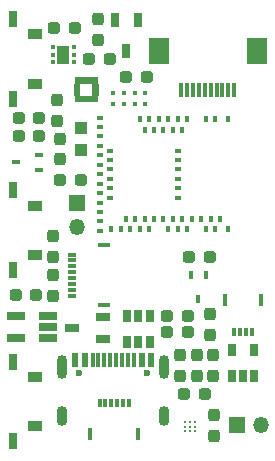
<source format=gbr>
%TF.GenerationSoftware,KiCad,Pcbnew,(5.99.0-8775-g06a515339c)*%
%TF.CreationDate,2021-02-15T16:58:29-05:00*%
%TF.ProjectId,mk2,6d6b322e-6b69-4636-9164-5f7063625858,rev?*%
%TF.SameCoordinates,Original*%
%TF.FileFunction,Soldermask,Top*%
%TF.FilePolarity,Negative*%
%FSLAX46Y46*%
G04 Gerber Fmt 4.6, Leading zero omitted, Abs format (unit mm)*
G04 Created by KiCad (PCBNEW (5.99.0-8775-g06a515339c)) date 2021-02-15 16:58:29*
%MOMM*%
%LPD*%
G01*
G04 APERTURE LIST*
G04 Aperture macros list*
%AMRoundRect*
0 Rectangle with rounded corners*
0 $1 Rounding radius*
0 $2 $3 $4 $5 $6 $7 $8 $9 X,Y pos of 4 corners*
0 Add a 4 corners polygon primitive as box body*
4,1,4,$2,$3,$4,$5,$6,$7,$8,$9,$2,$3,0*
0 Add four circle primitives for the rounded corners*
1,1,$1+$1,$2,$3*
1,1,$1+$1,$4,$5*
1,1,$1+$1,$6,$7*
1,1,$1+$1,$8,$9*
0 Add four rect primitives between the rounded corners*
20,1,$1+$1,$2,$3,$4,$5,0*
20,1,$1+$1,$4,$5,$6,$7,0*
20,1,$1+$1,$6,$7,$8,$9,0*
20,1,$1+$1,$8,$9,$2,$3,0*%
G04 Aperture macros list end*
%ADD10C,0.010000*%
%ADD11RoundRect,0.237500X0.287500X0.237500X-0.287500X0.237500X-0.287500X-0.237500X0.287500X-0.237500X0*%
%ADD12RoundRect,0.237500X-0.237500X0.287500X-0.237500X-0.287500X0.237500X-0.287500X0.237500X0.287500X0*%
%ADD13C,0.229500*%
%ADD14RoundRect,0.237500X0.237500X-0.287500X0.237500X0.287500X-0.237500X0.287500X-0.237500X-0.287500X0*%
%ADD15R,0.400000X0.600000*%
%ADD16R,0.600000X0.400000*%
%ADD17R,0.650000X1.060000*%
%ADD18R,1.220000X0.650000*%
%ADD19R,0.700000X0.450000*%
%ADD20R,0.650000X1.220000*%
%ADD21R,1.270000X0.900000*%
%ADD22R,0.800000X1.450000*%
%ADD23R,0.300000X1.300000*%
%ADD24R,1.800000X2.200000*%
%ADD25R,0.300000X0.700000*%
%ADD26R,0.300000X1.000000*%
%ADD27RoundRect,0.237500X-0.287500X-0.237500X0.287500X-0.237500X0.287500X0.237500X-0.287500X0.237500X0*%
%ADD28R,0.400000X0.420000*%
%ADD29R,1.350000X1.350000*%
%ADD30O,1.350000X1.350000*%
%ADD31R,0.450000X0.700000*%
%ADD32RoundRect,0.093750X0.093750X0.106250X-0.093750X0.106250X-0.093750X-0.106250X0.093750X-0.106250X0*%
%ADD33R,1.000000X1.600000*%
%ADD34R,1.100000X1.050000*%
%ADD35C,0.600000*%
%ADD36R,0.600000X1.160000*%
%ADD37R,0.300000X1.160000*%
%ADD38O,0.900000X2.000000*%
%ADD39O,0.900000X1.700000*%
%ADD40R,0.700000X0.300000*%
%ADD41R,1.000000X0.300000*%
%ADD42R,1.560000X0.650000*%
G04 APERTURE END LIST*
D10*
%TO.C,U4*%
X19227000Y-20304000D02*
X19227000Y-19854000D01*
X19227000Y-19854000D02*
X19627000Y-19854000D01*
X19627000Y-19854000D02*
X19627000Y-20304000D01*
X19627000Y-20304000D02*
X19227000Y-20304000D01*
G36*
X19627000Y-20304000D02*
G01*
X19227000Y-20304000D01*
X19227000Y-19854000D01*
X19627000Y-19854000D01*
X19627000Y-20304000D01*
G37*
X19627000Y-20304000D02*
X19227000Y-20304000D01*
X19227000Y-19854000D01*
X19627000Y-19854000D01*
X19627000Y-20304000D01*
X18177000Y-19254000D02*
X18177000Y-18854000D01*
X18177000Y-18854000D02*
X18627000Y-18854000D01*
X18627000Y-18854000D02*
X18627000Y-19254000D01*
X18627000Y-19254000D02*
X18177000Y-19254000D01*
G36*
X18627000Y-19254000D02*
G01*
X18177000Y-19254000D01*
X18177000Y-18854000D01*
X18627000Y-18854000D01*
X18627000Y-19254000D01*
G37*
X18627000Y-19254000D02*
X18177000Y-19254000D01*
X18177000Y-18854000D01*
X18627000Y-18854000D01*
X18627000Y-19254000D01*
X19727000Y-19754000D02*
X19727000Y-19354000D01*
X19727000Y-19354000D02*
X20177000Y-19354000D01*
X20177000Y-19354000D02*
X20177000Y-19754000D01*
X20177000Y-19754000D02*
X19727000Y-19754000D01*
G36*
X20177000Y-19754000D02*
G01*
X19727000Y-19754000D01*
X19727000Y-19354000D01*
X20177000Y-19354000D01*
X20177000Y-19754000D01*
G37*
X20177000Y-19754000D02*
X19727000Y-19754000D01*
X19727000Y-19354000D01*
X20177000Y-19354000D01*
X20177000Y-19754000D01*
X19727000Y-18754000D02*
X19727000Y-18304000D01*
X19727000Y-18304000D02*
X20127000Y-18304000D01*
X20127000Y-18304000D02*
X20127000Y-18754000D01*
X20127000Y-18754000D02*
X19727000Y-18754000D01*
G36*
X20127000Y-18754000D02*
G01*
X19727000Y-18754000D01*
X19727000Y-18304000D01*
X20127000Y-18304000D01*
X20127000Y-18754000D01*
G37*
X20127000Y-18754000D02*
X19727000Y-18754000D01*
X19727000Y-18304000D01*
X20127000Y-18304000D01*
X20127000Y-18754000D01*
X18727000Y-18754000D02*
X18727000Y-18304000D01*
X18727000Y-18304000D02*
X19127000Y-18304000D01*
X19127000Y-18304000D02*
X19127000Y-18754000D01*
X19127000Y-18754000D02*
X18727000Y-18754000D01*
G36*
X19127000Y-18754000D02*
G01*
X18727000Y-18754000D01*
X18727000Y-18304000D01*
X19127000Y-18304000D01*
X19127000Y-18754000D01*
G37*
X19127000Y-18754000D02*
X18727000Y-18754000D01*
X18727000Y-18304000D01*
X19127000Y-18304000D01*
X19127000Y-18754000D01*
X19727000Y-20304000D02*
X19727000Y-19854000D01*
X19727000Y-19854000D02*
X20127000Y-19854000D01*
X20127000Y-19854000D02*
X20127000Y-20304000D01*
X20127000Y-20304000D02*
X19727000Y-20304000D01*
G36*
X20127000Y-20304000D02*
G01*
X19727000Y-20304000D01*
X19727000Y-19854000D01*
X20127000Y-19854000D01*
X20127000Y-20304000D01*
G37*
X20127000Y-20304000D02*
X19727000Y-20304000D01*
X19727000Y-19854000D01*
X20127000Y-19854000D01*
X20127000Y-20304000D01*
X18227000Y-18754000D02*
X18227000Y-18304000D01*
X18227000Y-18304000D02*
X18627000Y-18304000D01*
X18627000Y-18304000D02*
X18627000Y-18754000D01*
X18627000Y-18754000D02*
X18227000Y-18754000D01*
G36*
X18627000Y-18754000D02*
G01*
X18227000Y-18754000D01*
X18227000Y-18304000D01*
X18627000Y-18304000D01*
X18627000Y-18754000D01*
G37*
X18627000Y-18754000D02*
X18227000Y-18754000D01*
X18227000Y-18304000D01*
X18627000Y-18304000D01*
X18627000Y-18754000D01*
X19727000Y-19254000D02*
X19727000Y-18854000D01*
X19727000Y-18854000D02*
X20177000Y-18854000D01*
X20177000Y-18854000D02*
X20177000Y-19254000D01*
X20177000Y-19254000D02*
X19727000Y-19254000D01*
G36*
X20177000Y-19254000D02*
G01*
X19727000Y-19254000D01*
X19727000Y-18854000D01*
X20177000Y-18854000D01*
X20177000Y-19254000D01*
G37*
X20177000Y-19254000D02*
X19727000Y-19254000D01*
X19727000Y-18854000D01*
X20177000Y-18854000D01*
X20177000Y-19254000D01*
X18177000Y-19754000D02*
X18177000Y-19354000D01*
X18177000Y-19354000D02*
X18627000Y-19354000D01*
X18627000Y-19354000D02*
X18627000Y-19754000D01*
X18627000Y-19754000D02*
X18177000Y-19754000D01*
G36*
X18627000Y-19754000D02*
G01*
X18177000Y-19754000D01*
X18177000Y-19354000D01*
X18627000Y-19354000D01*
X18627000Y-19754000D01*
G37*
X18627000Y-19754000D02*
X18177000Y-19754000D01*
X18177000Y-19354000D01*
X18627000Y-19354000D01*
X18627000Y-19754000D01*
X19227000Y-18754000D02*
X19227000Y-18304000D01*
X19227000Y-18304000D02*
X19627000Y-18304000D01*
X19627000Y-18304000D02*
X19627000Y-18754000D01*
X19627000Y-18754000D02*
X19227000Y-18754000D01*
G36*
X19627000Y-18754000D02*
G01*
X19227000Y-18754000D01*
X19227000Y-18304000D01*
X19627000Y-18304000D01*
X19627000Y-18754000D01*
G37*
X19627000Y-18754000D02*
X19227000Y-18754000D01*
X19227000Y-18304000D01*
X19627000Y-18304000D01*
X19627000Y-18754000D01*
X18727000Y-20304000D02*
X18727000Y-19854000D01*
X18727000Y-19854000D02*
X19127000Y-19854000D01*
X19127000Y-19854000D02*
X19127000Y-20304000D01*
X19127000Y-20304000D02*
X18727000Y-20304000D01*
G36*
X19127000Y-20304000D02*
G01*
X18727000Y-20304000D01*
X18727000Y-19854000D01*
X19127000Y-19854000D01*
X19127000Y-20304000D01*
G37*
X19127000Y-20304000D02*
X18727000Y-20304000D01*
X18727000Y-19854000D01*
X19127000Y-19854000D01*
X19127000Y-20304000D01*
X18227000Y-20304000D02*
X18227000Y-19854000D01*
X18227000Y-19854000D02*
X18627000Y-19854000D01*
X18627000Y-19854000D02*
X18627000Y-20304000D01*
X18627000Y-20304000D02*
X18227000Y-20304000D01*
G36*
X18627000Y-20304000D02*
G01*
X18227000Y-20304000D01*
X18227000Y-19854000D01*
X18627000Y-19854000D01*
X18627000Y-20304000D01*
G37*
X18627000Y-20304000D02*
X18227000Y-20304000D01*
X18227000Y-19854000D01*
X18627000Y-19854000D01*
X18627000Y-20304000D01*
%TD*%
D11*
%TO.C,R4*%
X27799000Y-39878000D03*
X26049000Y-39878000D03*
%TD*%
%TO.C,R13*%
X29704000Y-33528000D03*
X27954000Y-33528000D03*
%TD*%
D12*
%TO.C,R14*%
X29718000Y-38368000D03*
X29718000Y-40118000D03*
%TD*%
D13*
%TO.C,U6*%
X27600000Y-47477000D03*
X28000000Y-47477000D03*
X28400000Y-47477000D03*
X27600000Y-47877000D03*
X28000000Y-47877000D03*
X28400000Y-47877000D03*
X27600000Y-48277000D03*
X28000000Y-48277000D03*
X28400000Y-48277000D03*
%TD*%
D14*
%TO.C,C4*%
X16383000Y-36816000D03*
X16383000Y-35066000D03*
%TD*%
D11*
%TO.C,C9*%
X24370000Y-18288000D03*
X22620000Y-18288000D03*
%TD*%
D14*
%TO.C,C8*%
X20193000Y-15099000D03*
X20193000Y-13349000D03*
%TD*%
D11*
%TO.C,R15*%
X15250000Y-23250000D03*
X13500000Y-23250000D03*
%TD*%
D15*
%TO.C,IC1*%
X31250000Y-21850000D03*
X30150000Y-21850000D03*
X29350000Y-21850000D03*
X27750000Y-21850000D03*
X27350000Y-22750000D03*
X26950000Y-21850000D03*
X26550000Y-22750000D03*
X26150000Y-21850000D03*
X25750000Y-22750000D03*
X25350000Y-21850000D03*
X24950000Y-22750000D03*
X24550000Y-21850000D03*
X24150000Y-22750000D03*
X23750000Y-21850000D03*
D16*
X20350000Y-21700000D03*
X20350000Y-22500000D03*
X20350000Y-23300000D03*
X20350000Y-24100000D03*
X21250000Y-24500000D03*
X20350000Y-24900000D03*
X21250000Y-25300000D03*
X20350000Y-25700000D03*
X21250000Y-26100000D03*
X20350000Y-26500000D03*
X21250000Y-26900000D03*
X20350000Y-27300000D03*
X21250000Y-27700000D03*
X20350000Y-28100000D03*
X21250000Y-28500000D03*
X20350000Y-28900000D03*
X20350000Y-29700000D03*
X20350000Y-30500000D03*
X20350000Y-31300000D03*
D15*
X21350000Y-31150000D03*
X22150000Y-31150000D03*
X22550000Y-30250000D03*
X22950000Y-31150000D03*
X23350000Y-30250000D03*
X23750000Y-31150000D03*
X24150000Y-30250000D03*
X24550000Y-31150000D03*
X24950000Y-30250000D03*
X25750000Y-30250000D03*
X26150000Y-31150000D03*
X26550000Y-30250000D03*
X26950000Y-31150000D03*
X27350000Y-30250000D03*
X27750000Y-31150000D03*
X28150000Y-30250000D03*
X28950000Y-30250000D03*
X29350000Y-31150000D03*
X29750000Y-30250000D03*
X30150000Y-31150000D03*
X30550000Y-30250000D03*
X31250000Y-31150000D03*
D16*
X26950000Y-24500000D03*
X26950000Y-25300000D03*
X26950000Y-26100000D03*
X26950000Y-26900000D03*
X26950000Y-27700000D03*
X26950000Y-28500000D03*
%TD*%
D17*
%TO.C,U3*%
X31550000Y-43600000D03*
X32500000Y-43600000D03*
X33450000Y-43600000D03*
X33450000Y-41400000D03*
X31550000Y-41400000D03*
%TD*%
D14*
%TO.C,C10*%
X30000000Y-48627000D03*
X30000000Y-46877000D03*
%TD*%
D18*
%TO.C,D1*%
X20620000Y-40450000D03*
X20620000Y-38550000D03*
X18000000Y-39500000D03*
%TD*%
D19*
%TO.C,Q4*%
X15250000Y-26150000D03*
X15250000Y-24850000D03*
X13250000Y-25500000D03*
%TD*%
D11*
%TO.C,C20*%
X29250000Y-45127000D03*
X27500000Y-45127000D03*
%TD*%
D17*
%TO.C,U5*%
X24572000Y-38524000D03*
X23622000Y-38524000D03*
X22672000Y-38524000D03*
X22672000Y-40724000D03*
X23622000Y-40724000D03*
X24572000Y-40724000D03*
%TD*%
D20*
%TO.C,D2*%
X23556000Y-13422000D03*
X21656000Y-13422000D03*
X22606000Y-16042000D03*
%TD*%
D21*
%TO.C,SW2*%
X14885000Y-14650000D03*
X14885000Y-18850000D03*
D22*
X13000000Y-13375000D03*
X13000000Y-20125000D03*
%TD*%
D23*
%TO.C,J1*%
X31750000Y-19350000D03*
X31250000Y-19350000D03*
X30750000Y-19350000D03*
X30250000Y-19350000D03*
X29750000Y-19350000D03*
X29250000Y-19350000D03*
X28750000Y-19350000D03*
X28250000Y-19350000D03*
X27750000Y-19350000D03*
X27250000Y-19350000D03*
D24*
X25350000Y-16100000D03*
X33650000Y-16100000D03*
%TD*%
D25*
%TO.C,J7*%
X20340000Y-45844000D03*
X20840000Y-45844000D03*
X21340000Y-45844000D03*
X21840000Y-45844000D03*
X22340000Y-45844000D03*
X22840000Y-45844000D03*
D26*
X19550000Y-48494000D03*
X23630000Y-48494000D03*
%TD*%
D12*
%TO.C,R9*%
X29972000Y-41797000D03*
X29972000Y-43547000D03*
%TD*%
D25*
%TO.C,J4*%
X33250000Y-39825000D03*
X32750000Y-39825000D03*
X32250000Y-39825000D03*
X31750000Y-39825000D03*
D26*
X34040000Y-37175000D03*
X30960000Y-37175000D03*
%TD*%
D12*
%TO.C,C2*%
X17000000Y-23500000D03*
X17000000Y-25250000D03*
%TD*%
D27*
%TO.C,C5*%
X19445000Y-16764000D03*
X21195000Y-16764000D03*
%TD*%
D28*
%TO.C,IC2*%
X24210000Y-19616000D03*
X23310000Y-19616000D03*
X22410000Y-19616000D03*
X21510000Y-19616000D03*
X21510000Y-20516000D03*
X22410000Y-20516000D03*
X23310000Y-20516000D03*
X24210000Y-20516000D03*
%TD*%
D29*
%TO.C,BT1*%
X32000000Y-47750000D03*
D30*
X34000000Y-47750000D03*
%TD*%
D21*
%TO.C,SW4*%
X14885000Y-43650000D03*
X14885000Y-47850000D03*
D22*
X13000000Y-42375000D03*
X13000000Y-49125000D03*
%TD*%
D11*
%TO.C,C6*%
X18274000Y-14097000D03*
X16524000Y-14097000D03*
%TD*%
D31*
%TO.C,Q3*%
X29352000Y-35068000D03*
X28052000Y-35068000D03*
X28702000Y-37068000D03*
%TD*%
D32*
%TO.C,U1*%
X18140500Y-17033000D03*
X18140500Y-16383000D03*
X18140500Y-15733000D03*
X16365500Y-15733000D03*
X16365500Y-16383000D03*
X16365500Y-17033000D03*
D33*
X17253000Y-16383000D03*
%TD*%
D34*
%TO.C,Y1*%
X18750000Y-24425000D03*
X18750000Y-22575000D03*
%TD*%
D35*
%TO.C,J2*%
X18610000Y-43300000D03*
X24390000Y-43300000D03*
D36*
X18300000Y-42240000D03*
X19100000Y-42240000D03*
D37*
X20250000Y-42240000D03*
X21250000Y-42240000D03*
X21750000Y-42240000D03*
X22750000Y-42240000D03*
D36*
X23900000Y-42240000D03*
X24700000Y-42240000D03*
D37*
X23250000Y-42240000D03*
X22250000Y-42240000D03*
X20750000Y-42240000D03*
X19750000Y-42240000D03*
D38*
X25820000Y-42820000D03*
D39*
X25820000Y-46990000D03*
D38*
X17180000Y-42820000D03*
D39*
X17180000Y-46990000D03*
%TD*%
D12*
%TO.C,C7*%
X16383000Y-31764000D03*
X16383000Y-33514000D03*
%TD*%
D11*
%TO.C,R3*%
X27799000Y-38481000D03*
X26049000Y-38481000D03*
%TD*%
D14*
%TO.C,R11*%
X27178000Y-43547000D03*
X27178000Y-41797000D03*
%TD*%
D11*
%TO.C,R16*%
X15250000Y-21750000D03*
X13500000Y-21750000D03*
%TD*%
D40*
%TO.C,J5*%
X18030000Y-36802000D03*
X18030000Y-36302000D03*
X18030000Y-35802000D03*
X18030000Y-35302000D03*
X18030000Y-34802000D03*
X18030000Y-34302000D03*
X18030000Y-33802000D03*
X18030000Y-33302000D03*
D41*
X20680000Y-37592000D03*
X20680000Y-32512000D03*
%TD*%
D11*
%TO.C,C3*%
X18750000Y-27000000D03*
X17000000Y-27000000D03*
%TD*%
D21*
%TO.C,SW1*%
X14885000Y-29150000D03*
X14885000Y-33350000D03*
D22*
X13000000Y-27875000D03*
X13000000Y-34625000D03*
%TD*%
D29*
%TO.C,J3*%
X18415000Y-28972000D03*
D30*
X18415000Y-30972000D03*
%TD*%
D14*
%TO.C,R12*%
X28575000Y-43547000D03*
X28575000Y-41797000D03*
%TD*%
D42*
%TO.C,U2*%
X15950000Y-40400000D03*
X15950000Y-39450000D03*
X15950000Y-38500000D03*
X13250000Y-38500000D03*
X13250000Y-40400000D03*
%TD*%
D27*
%TO.C,L1*%
X13250000Y-36750000D03*
X15000000Y-36750000D03*
%TD*%
D12*
%TO.C,C1*%
X16750000Y-20250000D03*
X16750000Y-22000000D03*
%TD*%
M02*

</source>
